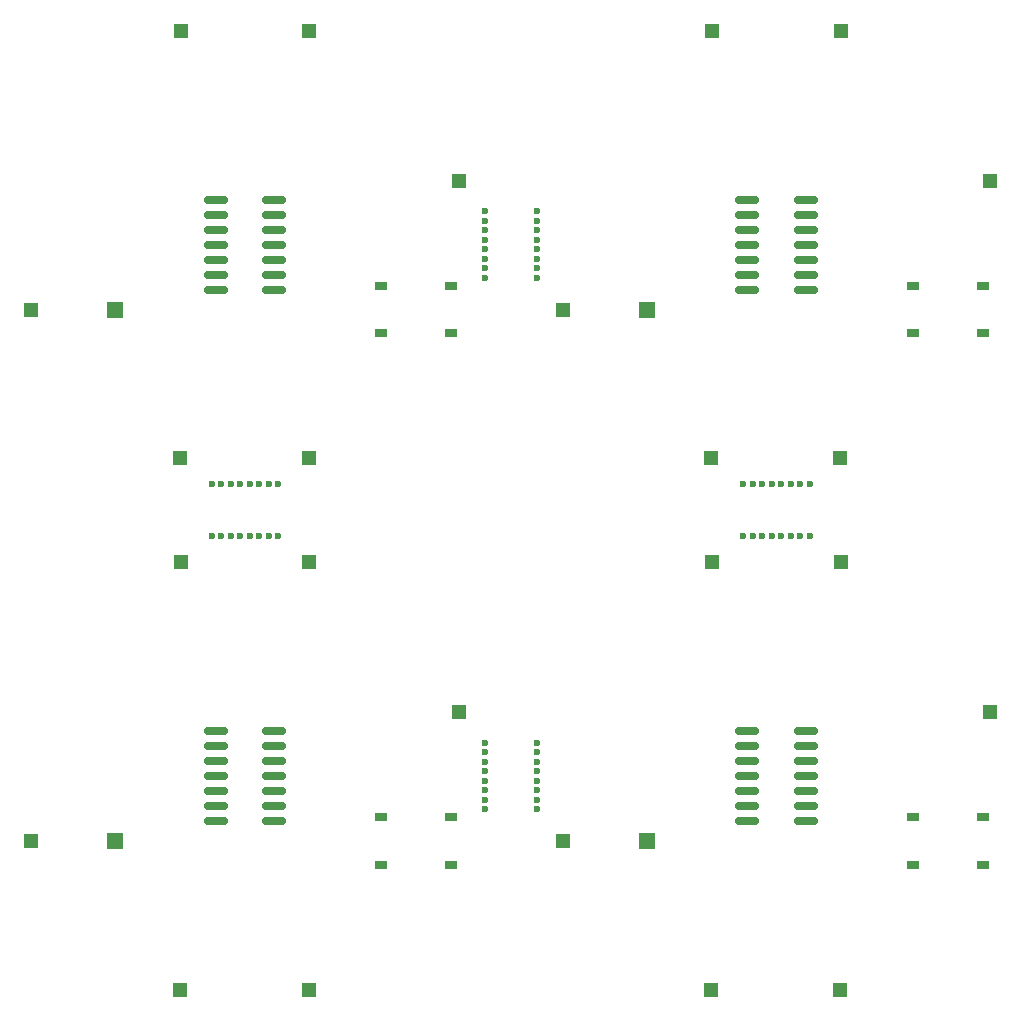
<source format=gbr>
%TF.GenerationSoftware,KiCad,Pcbnew,7.0.1*%
%TF.CreationDate,2023-09-10T14:17:04+09:00*%
%TF.ProjectId,logic_block,6c6f6769-635f-4626-9c6f-636b2e6b6963,rev?*%
%TF.SameCoordinates,Original*%
%TF.FileFunction,Soldermask,Bot*%
%TF.FilePolarity,Negative*%
%FSLAX46Y46*%
G04 Gerber Fmt 4.6, Leading zero omitted, Abs format (unit mm)*
G04 Created by KiCad (PCBNEW 7.0.1) date 2023-09-10 14:17:04*
%MOMM*%
%LPD*%
G01*
G04 APERTURE LIST*
G04 Aperture macros list*
%AMRoundRect*
0 Rectangle with rounded corners*
0 $1 Rounding radius*
0 $2 $3 $4 $5 $6 $7 $8 $9 X,Y pos of 4 corners*
0 Add a 4 corners polygon primitive as box body*
4,1,4,$2,$3,$4,$5,$6,$7,$8,$9,$2,$3,0*
0 Add four circle primitives for the rounded corners*
1,1,$1+$1,$2,$3*
1,1,$1+$1,$4,$5*
1,1,$1+$1,$6,$7*
1,1,$1+$1,$8,$9*
0 Add four rect primitives between the rounded corners*
20,1,$1+$1,$2,$3,$4,$5,0*
20,1,$1+$1,$4,$5,$6,$7,0*
20,1,$1+$1,$6,$7,$8,$9,0*
20,1,$1+$1,$8,$9,$2,$3,0*%
G04 Aperture macros list end*
%ADD10R,1.159000X1.159000*%
%ADD11R,1.000000X0.700000*%
%ADD12RoundRect,0.150000X0.825000X0.150000X-0.825000X0.150000X-0.825000X-0.150000X0.825000X-0.150000X0*%
%ADD13R,1.350000X1.350000*%
%ADD14C,0.600000*%
G04 APERTURE END LIST*
D10*
%TO.C,J305*%
X164725000Y-50940000D03*
%TD*%
%TO.C,J306*%
X153775000Y-87140000D03*
%TD*%
%TO.C,J303*%
X164675000Y-87140000D03*
%TD*%
%TO.C,J301*%
X153825000Y-50940000D03*
%TD*%
%TO.C,J304*%
X141175000Y-74540000D03*
%TD*%
D11*
%TO.C,D309*%
X176750000Y-72540000D03*
X176750000Y-76540000D03*
X170800000Y-76540000D03*
X170800000Y-72540000D03*
%TD*%
D10*
%TO.C,J302*%
X177375000Y-63640000D03*
%TD*%
D12*
%TO.C,U301*%
X161750000Y-65230000D03*
X161750000Y-66500000D03*
X161750000Y-67770000D03*
X161750000Y-69040000D03*
X161750000Y-70310000D03*
X161750000Y-71580000D03*
X161750000Y-72850000D03*
X156800000Y-72850000D03*
X156800000Y-71580000D03*
X156800000Y-70310000D03*
X156800000Y-69040000D03*
X156800000Y-67770000D03*
X156800000Y-66500000D03*
X156800000Y-65230000D03*
%TD*%
D13*
%TO.C,J307*%
X148275000Y-74540000D03*
%TD*%
D10*
%TO.C,J305*%
X164725000Y-95940000D03*
%TD*%
%TO.C,J306*%
X153775000Y-132140000D03*
%TD*%
%TO.C,J303*%
X164675000Y-132140000D03*
%TD*%
%TO.C,J301*%
X153825000Y-95940000D03*
%TD*%
%TO.C,J304*%
X141175000Y-119540000D03*
%TD*%
D11*
%TO.C,D309*%
X176750000Y-117540000D03*
X176750000Y-121540000D03*
X170800000Y-121540000D03*
X170800000Y-117540000D03*
%TD*%
D10*
%TO.C,J302*%
X177375000Y-108640000D03*
%TD*%
D12*
%TO.C,U301*%
X161750000Y-110230000D03*
X161750000Y-111500000D03*
X161750000Y-112770000D03*
X161750000Y-114040000D03*
X161750000Y-115310000D03*
X161750000Y-116580000D03*
X161750000Y-117850000D03*
X156800000Y-117850000D03*
X156800000Y-116580000D03*
X156800000Y-115310000D03*
X156800000Y-114040000D03*
X156800000Y-112770000D03*
X156800000Y-111500000D03*
X156800000Y-110230000D03*
%TD*%
D13*
%TO.C,J307*%
X148275000Y-119540000D03*
%TD*%
D10*
%TO.C,J305*%
X119725000Y-95940000D03*
%TD*%
%TO.C,J306*%
X108775000Y-132140000D03*
%TD*%
%TO.C,J303*%
X119675000Y-132140000D03*
%TD*%
%TO.C,J301*%
X108825000Y-95940000D03*
%TD*%
%TO.C,J304*%
X96175000Y-119540000D03*
%TD*%
D11*
%TO.C,D309*%
X131750000Y-117540000D03*
X131750000Y-121540000D03*
X125800000Y-121540000D03*
X125800000Y-117540000D03*
%TD*%
D10*
%TO.C,J302*%
X132375000Y-108640000D03*
%TD*%
D12*
%TO.C,U301*%
X116750000Y-110230000D03*
X116750000Y-111500000D03*
X116750000Y-112770000D03*
X116750000Y-114040000D03*
X116750000Y-115310000D03*
X116750000Y-116580000D03*
X116750000Y-117850000D03*
X111800000Y-117850000D03*
X111800000Y-116580000D03*
X111800000Y-115310000D03*
X111800000Y-114040000D03*
X111800000Y-112770000D03*
X111800000Y-111500000D03*
X111800000Y-110230000D03*
%TD*%
D13*
%TO.C,J307*%
X103275000Y-119540000D03*
%TD*%
D10*
%TO.C,J305*%
X119725000Y-50940000D03*
%TD*%
%TO.C,J306*%
X108775000Y-87140000D03*
%TD*%
%TO.C,J303*%
X119675000Y-87140000D03*
%TD*%
%TO.C,J301*%
X108825000Y-50940000D03*
%TD*%
%TO.C,J304*%
X96175000Y-74540000D03*
%TD*%
D11*
%TO.C,D309*%
X131750000Y-72540000D03*
X131750000Y-76540000D03*
X125800000Y-76540000D03*
X125800000Y-72540000D03*
%TD*%
D10*
%TO.C,J302*%
X132375000Y-63640000D03*
%TD*%
D12*
%TO.C,U301*%
X116750000Y-65230000D03*
X116750000Y-66500000D03*
X116750000Y-67770000D03*
X116750000Y-69040000D03*
X116750000Y-70310000D03*
X116750000Y-71580000D03*
X116750000Y-72850000D03*
X111800000Y-72850000D03*
X111800000Y-71580000D03*
X111800000Y-70310000D03*
X111800000Y-69040000D03*
X111800000Y-67770000D03*
X111800000Y-66500000D03*
X111800000Y-65230000D03*
%TD*%
D13*
%TO.C,J307*%
X103275000Y-74540000D03*
%TD*%
D14*
%TO.C,REF\u002A\u002A*%
X162075000Y-93740000D03*
X162075000Y-89340000D03*
X161275000Y-93740000D03*
X161275000Y-89340000D03*
X160475000Y-93740000D03*
X160475000Y-89340000D03*
X159675000Y-93740000D03*
X159675000Y-89340000D03*
X158875000Y-93740000D03*
X158875000Y-89340000D03*
X158075000Y-93740000D03*
X158075000Y-89340000D03*
X157275000Y-93740000D03*
X157275000Y-89340000D03*
X156475000Y-93740000D03*
X156475000Y-89340000D03*
%TD*%
%TO.C,REF\u002A\u002A*%
X138975000Y-66240000D03*
X134575000Y-66240000D03*
X138975000Y-67040000D03*
X134575000Y-67040000D03*
X138975000Y-67840000D03*
X134575000Y-67840000D03*
X138975000Y-68640000D03*
X134575000Y-68640000D03*
X138975000Y-69440000D03*
X134575000Y-69440000D03*
X138975000Y-70240000D03*
X134575000Y-70240000D03*
X138975000Y-71040000D03*
X134575000Y-71040000D03*
X138975000Y-71840000D03*
X134575000Y-71840000D03*
%TD*%
%TO.C,REF\u002A\u002A*%
X134575000Y-116840000D03*
X138975000Y-116840000D03*
X134575000Y-116040000D03*
X138975000Y-116040000D03*
X134575000Y-115240000D03*
X138975000Y-115240000D03*
X134575000Y-114440000D03*
X138975000Y-114440000D03*
X134575000Y-113640000D03*
X138975000Y-113640000D03*
X134575000Y-112840000D03*
X138975000Y-112840000D03*
X134575000Y-112040000D03*
X138975000Y-112040000D03*
X134575000Y-111240000D03*
X138975000Y-111240000D03*
%TD*%
%TO.C,REF\u002A\u002A*%
X111475000Y-89340000D03*
X111475000Y-93740000D03*
X112275000Y-89340000D03*
X112275000Y-93740000D03*
X113075000Y-89340000D03*
X113075000Y-93740000D03*
X113875000Y-89340000D03*
X113875000Y-93740000D03*
X114675000Y-89340000D03*
X114675000Y-93740000D03*
X115475000Y-89340000D03*
X115475000Y-93740000D03*
X116275000Y-89340000D03*
X116275000Y-93740000D03*
X117075000Y-89340000D03*
X117075000Y-93740000D03*
%TD*%
M02*

</source>
